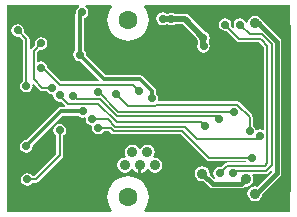
<source format=gbl>
G04*
G04 #@! TF.GenerationSoftware,Altium Limited,Altium Designer,18.0.12 (696)*
G04*
G04 Layer_Physical_Order=2*
G04 Layer_Color=16711680*
%FSAX24Y24*%
%MOIN*%
G70*
G01*
G75*
%ADD12C,0.0197*%
%ADD50C,0.0070*%
%ADD51C,0.0138*%
%ADD52C,0.0150*%
%ADD53C,0.0300*%
%ADD54C,0.0354*%
%ADD55C,0.0276*%
%ADD56C,0.0630*%
%ADD57C,0.0157*%
G36*
X021354Y011913D02*
X016497D01*
X016475Y011959D01*
X016522Y012016D01*
X016586Y012136D01*
X016626Y012266D01*
X016639Y012402D01*
X016626Y012537D01*
X016586Y012667D01*
X016522Y012787D01*
X016436Y012893D01*
X016331Y012979D01*
X016211Y013043D01*
X016080Y013083D01*
X015945Y013096D01*
X015809Y013083D01*
X015679Y013043D01*
X015559Y012979D01*
X015454Y012893D01*
X015368Y012787D01*
X015303Y012667D01*
X015264Y012537D01*
X015251Y012402D01*
X015264Y012266D01*
X015303Y012136D01*
X015368Y012016D01*
X015415Y011959D01*
X015393Y011913D01*
X011913D01*
Y018795D01*
X014297D01*
X014312Y018745D01*
X014264Y018713D01*
X014218Y018644D01*
X014202Y018563D01*
X014206Y018541D01*
X014204Y018538D01*
X014193Y018484D01*
Y017301D01*
X014185Y017295D01*
X014139Y017227D01*
X014123Y017146D01*
X014139Y017065D01*
X014185Y016996D01*
X014254Y016950D01*
X014335Y016934D01*
X014344Y016936D01*
X014975Y016305D01*
X014956Y016259D01*
X013714D01*
X013252Y016721D01*
X013252Y016721D01*
X013236Y016802D01*
X013190Y016871D01*
X013122Y016917D01*
X013040Y016933D01*
X012959Y016917D01*
X012949Y016910D01*
X012905Y016934D01*
Y017234D01*
X012997Y017326D01*
X013047Y017316D01*
X013128Y017332D01*
X013197Y017378D01*
X013243Y017446D01*
X013259Y017528D01*
X013243Y017609D01*
X013197Y017677D01*
X013128Y017723D01*
X013047Y017739D01*
X012966Y017723D01*
X012897Y017677D01*
X012852Y017609D01*
X012835Y017528D01*
X012845Y017477D01*
X012722Y017354D01*
X012712Y017339D01*
X012662Y017354D01*
Y017667D01*
X012654Y017708D01*
X012630Y017743D01*
X012463Y017910D01*
X012473Y017961D01*
X012457Y018042D01*
X012411Y018110D01*
X012342Y018156D01*
X012261Y018173D01*
X012180Y018156D01*
X012111Y018110D01*
X012066Y018042D01*
X012049Y017961D01*
X012066Y017880D01*
X012111Y017811D01*
X012180Y017765D01*
X012261Y017749D01*
X012312Y017759D01*
X012448Y017623D01*
Y016286D01*
X012405Y016257D01*
X012359Y016188D01*
X012343Y016107D01*
X012359Y016026D01*
X012405Y015957D01*
X012474Y015912D01*
X012555Y015895D01*
X012636Y015912D01*
X012705Y015957D01*
X012751Y016026D01*
X012767Y016107D01*
X012759Y016147D01*
X012805Y016172D01*
X013012Y015964D01*
X013047Y015941D01*
X013088Y015933D01*
X013233D01*
X013262Y015890D01*
X013330Y015844D01*
X013411Y015828D01*
X013452Y015785D01*
X013466Y015718D01*
X013512Y015649D01*
X013580Y015603D01*
X013661Y015587D01*
X013707Y015596D01*
X013848Y015455D01*
X013831Y015407D01*
X013830Y015405D01*
X013703D01*
X013649Y015395D01*
X013603Y015364D01*
X012552Y014313D01*
X012550Y014313D01*
X012469Y014297D01*
X012400Y014251D01*
X012355Y014182D01*
X012338Y014101D01*
X012355Y014020D01*
X012400Y013952D01*
X012469Y013906D01*
X012550Y013889D01*
X012631Y013906D01*
X012700Y013952D01*
X012746Y014020D01*
X012762Y014101D01*
X012759Y014119D01*
X013761Y015122D01*
X014276D01*
X014281Y015114D01*
X014350Y015068D01*
X014431Y015052D01*
X014502Y015066D01*
X014532Y015046D01*
X014546Y015030D01*
X014540Y015000D01*
X014556Y014919D01*
X014602Y014850D01*
X014671Y014804D01*
X014708Y014797D01*
X014751Y014786D01*
X014744Y014742D01*
X014737Y014705D01*
X014753Y014624D01*
X014799Y014555D01*
X014868Y014509D01*
X014949Y014493D01*
X015030Y014509D01*
X015099Y014555D01*
X015127Y014598D01*
X015325D01*
X015386Y014536D01*
X015421Y014513D01*
X015462Y014505D01*
X015462Y014505D01*
X017708D01*
X018568Y013645D01*
X018603Y013622D01*
X018644Y013613D01*
X018644Y013613D01*
X019861D01*
X019864Y013609D01*
X019836Y013559D01*
X019251D01*
X019210Y013550D01*
X019175Y013527D01*
X019050Y013403D01*
X019000Y013413D01*
X018919Y013397D01*
X018850Y013351D01*
X018804Y013282D01*
X018788Y013201D01*
X018804Y013120D01*
X018841Y013065D01*
X018830Y013021D01*
X018822Y013009D01*
X018811Y013007D01*
X018664Y013153D01*
X018671Y013189D01*
X018652Y013285D01*
X018597Y013367D01*
X018516Y013422D01*
X018419Y013441D01*
X018323Y013422D01*
X018241Y013367D01*
X018186Y013285D01*
X018167Y013189D01*
X018186Y013093D01*
X018241Y013011D01*
X018323Y012956D01*
X018419Y012937D01*
X018455Y012944D01*
X018665Y012734D01*
X018713Y012702D01*
X018770Y012691D01*
X019705D01*
X019761Y012702D01*
X019809Y012734D01*
X019828Y012753D01*
X019864Y012746D01*
X019961Y012765D01*
X020042Y012820D01*
X020097Y012902D01*
X020116Y012998D01*
X020097Y013094D01*
X020074Y013129D01*
X020097Y013173D01*
X020538D01*
X020579Y013181D01*
X020614Y013204D01*
X020696Y013287D01*
X020749Y013269D01*
X020752Y013243D01*
X020265Y012756D01*
X020177Y012774D01*
X020081Y012754D01*
X019999Y012700D01*
X019944Y012618D01*
X019925Y012522D01*
X019944Y012425D01*
X019999Y012343D01*
X020081Y012289D01*
X020177Y012270D01*
X020274Y012289D01*
X020355Y012343D01*
X020410Y012425D01*
X020424Y012497D01*
X021016Y013088D01*
X021048Y013136D01*
X021059Y013193D01*
Y017587D01*
X021048Y017643D01*
X021016Y017691D01*
X020655Y018052D01*
X020646Y018058D01*
X020469Y018235D01*
X020463Y018244D01*
X020412Y018295D01*
X020395Y018306D01*
X020353Y018369D01*
X020272Y018424D01*
X020175Y018443D01*
X020079Y018424D01*
X019997Y018369D01*
X019942Y018287D01*
X019926Y018203D01*
X019875D01*
X019869Y018231D01*
X019823Y018299D01*
X019754Y018345D01*
X019673Y018361D01*
X019592Y018345D01*
X019523Y018299D01*
X019477Y018231D01*
X019461Y018150D01*
X019476Y018077D01*
X019454Y018057D01*
X019435Y018048D01*
X019379Y018103D01*
X019389Y018154D01*
X019373Y018235D01*
X019327Y018303D01*
X019258Y018349D01*
X019177Y018365D01*
X019096Y018349D01*
X019027Y018303D01*
X018981Y018235D01*
X018965Y018154D01*
X018981Y018072D01*
X019027Y018004D01*
X019096Y017958D01*
X019177Y017942D01*
X019228Y017952D01*
X019568Y017611D01*
X019603Y017588D01*
X019644Y017580D01*
X020312D01*
X020339Y017552D01*
X020339Y017552D01*
X020348Y017546D01*
X020484Y017410D01*
Y014660D01*
X020440Y014637D01*
X020429Y014644D01*
X020348Y014660D01*
X020267Y014644D01*
X020242Y014628D01*
X020196Y014647D01*
X020190Y014678D01*
X020144Y014746D01*
X020101Y014775D01*
Y015082D01*
X020093Y015123D01*
X020070Y015157D01*
X019662Y015565D01*
X019628Y015588D01*
X019587Y015596D01*
X016972D01*
X016936Y015646D01*
X016946Y015697D01*
X016930Y015778D01*
X016884Y015847D01*
X016876Y015852D01*
Y015941D01*
X016865Y015995D01*
X016834Y016041D01*
X016450Y016426D01*
X016404Y016456D01*
X016350Y016467D01*
X015214D01*
X014545Y017136D01*
X014547Y017146D01*
X014530Y017227D01*
X014484Y017295D01*
X014476Y017301D01*
Y018364D01*
X014494Y018367D01*
X014563Y018413D01*
X014609Y018482D01*
X014625Y018563D01*
X014609Y018644D01*
X014563Y018713D01*
X014515Y018745D01*
X014530Y018795D01*
X015393D01*
X015415Y018750D01*
X015368Y018693D01*
X015303Y018573D01*
X015264Y018443D01*
X015251Y018307D01*
X015264Y018172D01*
X015303Y018041D01*
X015368Y017921D01*
X015454Y017816D01*
X015559Y017730D01*
X015679Y017666D01*
X015809Y017626D01*
X015945Y017613D01*
X016080Y017626D01*
X016211Y017666D01*
X016331Y017730D01*
X016436Y017816D01*
X016522Y017921D01*
X016586Y018041D01*
X016626Y018172D01*
X016639Y018307D01*
X016626Y018443D01*
X016586Y018573D01*
X016522Y018693D01*
X016475Y018750D01*
X016497Y018795D01*
X021354D01*
Y011913D01*
D02*
G37*
%LPC*%
G36*
X017104Y018564D02*
X017023Y018548D01*
X016955Y018502D01*
X016909Y018433D01*
X016892Y018352D01*
X016909Y018271D01*
X016955Y018203D01*
X017023Y018157D01*
X017104Y018140D01*
X017185Y018157D01*
X017204Y018169D01*
X017271D01*
X017307Y018145D01*
X017388Y018129D01*
X017469Y018145D01*
X017505Y018169D01*
X017769D01*
X018254Y017684D01*
X018263Y017641D01*
X018287Y017605D01*
Y017545D01*
X018265Y017512D01*
X018249Y017431D01*
X018265Y017350D01*
X018311Y017281D01*
X018380Y017235D01*
X018461Y017219D01*
X018542Y017235D01*
X018610Y017281D01*
X018656Y017350D01*
X018672Y017431D01*
X018656Y017512D01*
X018630Y017551D01*
Y017605D01*
X018654Y017641D01*
X018671Y017722D01*
X018654Y017804D01*
X018608Y017872D01*
X018540Y017918D01*
X018497Y017927D01*
X017962Y018462D01*
X017906Y018499D01*
X017841Y018512D01*
X017505D01*
X017469Y018536D01*
X017388Y018552D01*
X017307Y018536D01*
X017271Y018512D01*
X017239D01*
X017185Y018548D01*
X017104Y018564D01*
D02*
G37*
G36*
X016587Y014156D02*
X016490Y014136D01*
X016408Y014082D01*
X016364Y014016D01*
X016361Y014015D01*
X016312D01*
X016309Y014016D01*
X016265Y014082D01*
X016183Y014136D01*
X016087Y014156D01*
X015990Y014136D01*
X015908Y014082D01*
X015854Y014000D01*
X015835Y013904D01*
X015854Y013807D01*
X015882Y013764D01*
X015852Y013719D01*
X015837Y013722D01*
X015740Y013703D01*
X015658Y013649D01*
X015604Y013567D01*
X015585Y013470D01*
X015604Y013374D01*
X015658Y013292D01*
X015740Y013238D01*
X015837Y013218D01*
X015933Y013238D01*
X016015Y013292D01*
X016040Y013331D01*
X016079Y013331D01*
X016098Y013326D01*
X016139Y013273D01*
X016197Y013228D01*
X016264Y013200D01*
X016287Y013197D01*
Y013470D01*
X016387D01*
Y013197D01*
X016409Y013200D01*
X016476Y013228D01*
X016534Y013273D01*
X016575Y013326D01*
X016594Y013331D01*
X016633Y013331D01*
X016658Y013292D01*
X016740Y013238D01*
X016837Y013218D01*
X016933Y013238D01*
X017015Y013292D01*
X017069Y013374D01*
X017089Y013470D01*
X017069Y013567D01*
X017015Y013649D01*
X016933Y013703D01*
X016837Y013722D01*
X016821Y013719D01*
X016791Y013764D01*
X016819Y013807D01*
X016839Y013904D01*
X016819Y014000D01*
X016765Y014082D01*
X016683Y014136D01*
X016587Y014156D01*
D02*
G37*
G36*
X013667Y014849D02*
X013586Y014833D01*
X013518Y014787D01*
X013472Y014718D01*
X013455Y014637D01*
X013472Y014556D01*
X013518Y014488D01*
X013560Y014459D01*
Y013840D01*
X012819Y013098D01*
X012760D01*
X012732Y013141D01*
X012663Y013187D01*
X012582Y013203D01*
X012501Y013187D01*
X012432Y013141D01*
X012386Y013072D01*
X012370Y012991D01*
X012386Y012910D01*
X012432Y012841D01*
X012501Y012795D01*
X012582Y012779D01*
X012663Y012795D01*
X012732Y012841D01*
X012760Y012884D01*
X012863D01*
X012904Y012892D01*
X012939Y012915D01*
X013743Y013720D01*
X013743Y013720D01*
X013766Y013754D01*
X013774Y013795D01*
Y014459D01*
X013817Y014488D01*
X013863Y014556D01*
X013879Y014637D01*
X013863Y014718D01*
X013817Y014787D01*
X013748Y014833D01*
X013667Y014849D01*
D02*
G37*
%LPD*%
D12*
X017104Y018352D02*
X017116Y018341D01*
X017388D01*
X017841D02*
X018459Y017722D01*
X017388Y018341D02*
X017841D01*
X018459Y017433D02*
X018461Y017431D01*
X018459Y017433D02*
Y017722D01*
D50*
X015559Y015837D02*
X015942Y015454D01*
X016835D01*
X016870Y015489D02*
X019587D01*
X016835Y015454D02*
X016870Y015489D01*
X016107Y016152D02*
X016319Y015939D01*
X013670Y016152D02*
X016107D01*
X012798Y016330D02*
X013088Y016040D01*
X013100Y016721D02*
X013670Y016152D01*
X013040Y016721D02*
X013100D01*
X013088Y016040D02*
X013411D01*
X014109Y015792D02*
X014243Y015659D01*
X015009D01*
X013936Y015519D02*
X014951D01*
X013710Y015745D02*
X013936Y015519D01*
X015272Y015000D02*
X015520Y014752D01*
X014752Y015000D02*
X015272D01*
X018644Y013720D02*
X020091D01*
X017752Y014612D02*
X018644Y013720D01*
X015462Y014612D02*
X017752D01*
X015369Y014705D02*
X015462Y014612D01*
X014949Y014705D02*
X015369D01*
X020253Y014354D02*
X020348Y014449D01*
X018253Y014354D02*
X020253D01*
X017854Y014752D02*
X018253Y014354D01*
X015520Y014752D02*
X017854D01*
X015578Y014892D02*
X018393D01*
X014951Y015519D02*
X015578Y014892D01*
X015009Y015659D02*
X015562Y015106D01*
X018876D02*
X018984Y014998D01*
X015562Y015106D02*
X018876D01*
X018393Y014892D02*
X018496Y014789D01*
X019587Y015489D02*
X019994Y015082D01*
Y014596D02*
Y015082D01*
X014965Y015902D02*
X015620Y015246D01*
X019486D01*
X020591Y013531D02*
Y017454D01*
X020731Y013473D02*
Y017512D01*
X019177Y018154D02*
X019644Y017687D01*
X020356D01*
X020415Y017628D01*
X020418D01*
X020591Y017454D01*
X019996Y017827D02*
X020414D01*
X020473Y017768D01*
X020511Y013451D02*
X020591Y013531D01*
X019251Y013451D02*
X020511D01*
X019000Y013201D02*
X019251Y013451D01*
X019673Y018150D02*
X019996Y017827D01*
X020473Y017768D02*
X020476D01*
X020731Y017512D01*
X020538Y013280D02*
X020731Y013473D01*
X019526Y013280D02*
X020538D01*
X019455Y013209D02*
X019526Y013280D01*
X012261Y017961D02*
X012555Y017667D01*
Y016107D02*
Y017667D01*
X012798Y017278D02*
X013047Y017528D01*
X012798Y016330D02*
Y017278D01*
X019622Y018098D02*
X019673Y018150D01*
X013667Y013795D02*
Y014637D01*
X012863Y012991D02*
X013667Y013795D01*
X012582Y012991D02*
X012863D01*
D51*
X016734Y015697D02*
Y015941D01*
X016350Y016325D02*
X016734Y015941D01*
X012550Y014101D02*
Y014111D01*
X013703Y015264D01*
X014431D01*
X014335Y018484D02*
X014413Y018563D01*
X014335Y017146D02*
Y018484D01*
Y017146D02*
X015155Y016325D01*
X016350D01*
D52*
X020911Y013193D02*
Y017587D01*
X019705Y012839D02*
X019864Y012998D01*
X018770Y012839D02*
X019705D01*
X018419Y013189D02*
X018770Y012839D01*
X020359Y018136D02*
X020548Y017948D01*
X020551D01*
X020246Y012528D02*
X020911Y013193D01*
X020175Y018191D02*
X020307D01*
X020551Y017948D02*
X020911Y017587D01*
X020359Y018136D02*
Y018139D01*
X020307Y018191D02*
X020359Y018139D01*
D53*
X021206Y012624D02*
Y018093D01*
X020679Y018620D02*
X021206Y018093D01*
X020681Y012098D02*
X021206Y012624D01*
X020677Y012102D02*
Y012447D01*
Y012102D02*
X020681Y012098D01*
X020679Y018272D02*
X020681Y018270D01*
X020679Y018272D02*
Y018620D01*
D54*
X015837Y013470D02*
D03*
X016337D02*
D03*
X016837D02*
D03*
X016087Y013904D02*
D03*
X016587D02*
D03*
X018419Y013189D02*
D03*
X019864Y012998D02*
D03*
X020175Y018191D02*
D03*
X020177Y012522D02*
D03*
X020677Y012447D02*
D03*
X020681Y012098D02*
D03*
Y018270D02*
D03*
X020679Y018620D02*
D03*
D55*
X017104Y018352D02*
D03*
X017388Y018341D02*
D03*
X018461Y017431D02*
D03*
X015142Y017374D02*
D03*
X017754Y012213D02*
D03*
X017756Y012561D02*
D03*
X012264Y012061D02*
D03*
X016734Y015697D02*
D03*
X014431Y015264D02*
D03*
X014344Y013431D02*
D03*
X014413Y018563D02*
D03*
X014335Y017146D02*
D03*
X016319Y015939D02*
D03*
X013411Y016040D02*
D03*
X014108Y015778D02*
D03*
X013661Y015799D02*
D03*
X014752Y015000D02*
D03*
X014949Y014705D02*
D03*
X014941Y015902D02*
D03*
X015535Y015837D02*
D03*
X019486Y015246D02*
D03*
X018984Y014998D02*
D03*
X018496Y014789D02*
D03*
X019994Y014596D02*
D03*
X020348Y014449D02*
D03*
X020091Y013720D02*
D03*
X018459Y017722D02*
D03*
X019000Y013201D02*
D03*
X019455Y013209D02*
D03*
X012102Y017227D02*
D03*
X012550Y014101D02*
D03*
X019673Y018150D02*
D03*
X019177Y018154D02*
D03*
X013047Y017528D02*
D03*
X013040Y016721D02*
D03*
X012261Y017961D02*
D03*
X013667Y014637D02*
D03*
X012582Y012991D02*
D03*
X012552Y014599D02*
D03*
X012555Y016107D02*
D03*
D56*
X015945Y012402D02*
D03*
Y018307D02*
D03*
D57*
X018199Y016043D02*
D03*
X018711D02*
D03*
X019222D02*
D03*
X018711Y016555D02*
D03*
X018199D02*
D03*
X019222D02*
D03*
M02*

</source>
